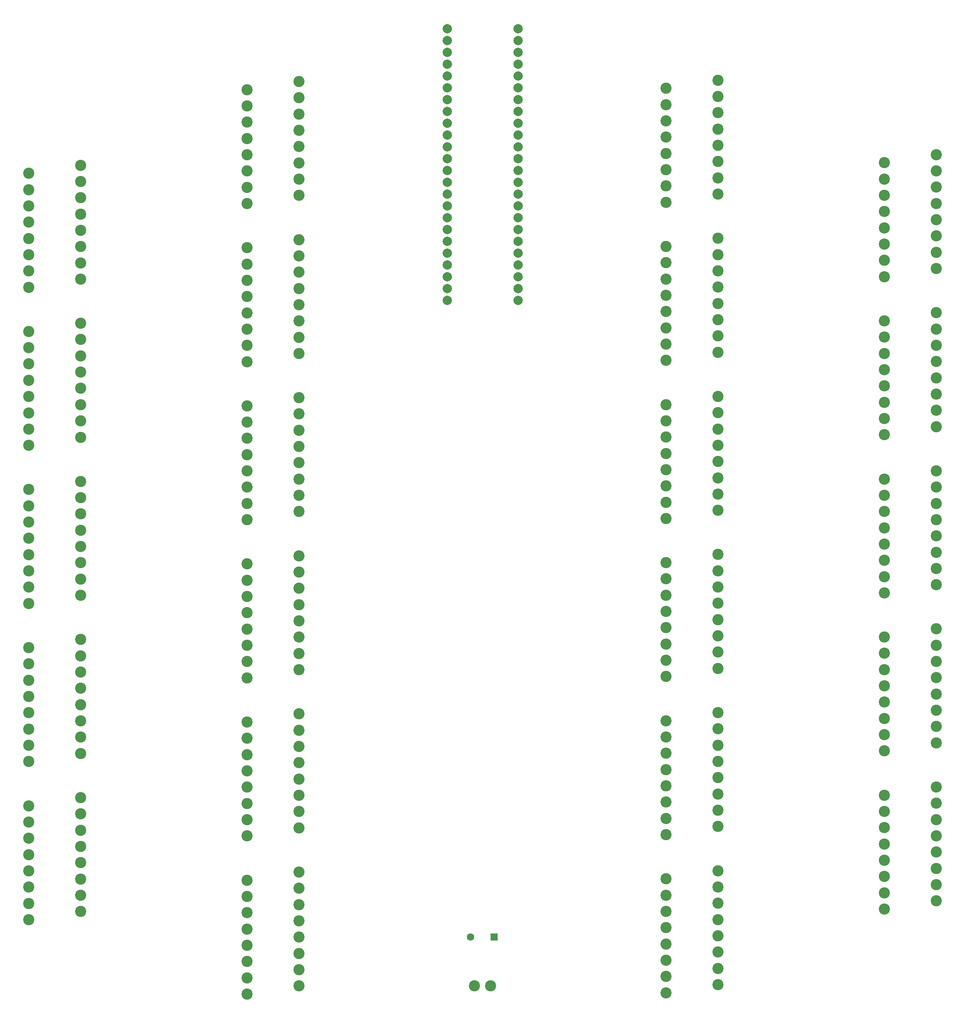
<source format=gbr>
%TF.GenerationSoftware,KiCad,Pcbnew,(6.0.10)*%
%TF.CreationDate,2024-04-02T10:47:47-04:00*%
%TF.ProjectId,OM3Controller,4f4d3343-6f6e-4747-926f-6c6c65722e6b,rev?*%
%TF.SameCoordinates,Original*%
%TF.FileFunction,Soldermask,Bot*%
%TF.FilePolarity,Negative*%
%FSLAX46Y46*%
G04 Gerber Fmt 4.6, Leading zero omitted, Abs format (unit mm)*
G04 Created by KiCad (PCBNEW (6.0.10)) date 2024-04-02 10:47:47*
%MOMM*%
%LPD*%
G01*
G04 APERTURE LIST*
%ADD10C,2.400000*%
%ADD11C,2.000000*%
%ADD12R,1.600000X1.600000*%
%ADD13C,1.600000*%
G04 APERTURE END LIST*
D10*
%TO.C,J21*%
X419000000Y-228725000D03*
X430200000Y-226975000D03*
X419000000Y-225225000D03*
X430200000Y-223475000D03*
X419000000Y-221725000D03*
X430200000Y-219975000D03*
X419000000Y-218225000D03*
X430200000Y-216475000D03*
X419000000Y-214725000D03*
X430200000Y-212975000D03*
X419000000Y-211225000D03*
X430200000Y-209475000D03*
X419000000Y-207725000D03*
X430200000Y-205975000D03*
X419000000Y-204225000D03*
X430200000Y-202475000D03*
%TD*%
%TO.C,J3*%
X246000000Y-238750000D03*
X234800000Y-240500000D03*
X246000000Y-242250000D03*
X234800000Y-244000000D03*
X246000000Y-245750000D03*
X234800000Y-247500000D03*
X246000000Y-249250000D03*
X234800000Y-251000000D03*
X246000000Y-252750000D03*
X234800000Y-254500000D03*
X246000000Y-256250000D03*
X234800000Y-258000000D03*
X246000000Y-259750000D03*
X234800000Y-261500000D03*
X246000000Y-263250000D03*
X234800000Y-265000000D03*
%TD*%
%TO.C,J18*%
X372000000Y-314725000D03*
X383200000Y-312975000D03*
X372000000Y-311225000D03*
X383200000Y-309475000D03*
X372000000Y-307725000D03*
X383200000Y-305975000D03*
X372000000Y-304225000D03*
X383200000Y-302475000D03*
X372000000Y-300725000D03*
X383200000Y-298975000D03*
X372000000Y-297225000D03*
X383200000Y-295475000D03*
X372000000Y-293725000D03*
X383200000Y-291975000D03*
X372000000Y-290225000D03*
X383200000Y-288475000D03*
%TD*%
%TO.C,J15*%
X372000000Y-212725000D03*
X383200000Y-210975000D03*
X372000000Y-209225000D03*
X383200000Y-207475000D03*
X372000000Y-205725000D03*
X383200000Y-203975000D03*
X372000000Y-202225000D03*
X383200000Y-200475000D03*
X372000000Y-198725000D03*
X383200000Y-196975000D03*
X372000000Y-195225000D03*
X383200000Y-193475000D03*
X372000000Y-191725000D03*
X383200000Y-189975000D03*
X372000000Y-188225000D03*
X383200000Y-186475000D03*
%TD*%
%TO.C,J9*%
X293000000Y-254750000D03*
X281800000Y-256500000D03*
X293000000Y-258250000D03*
X281800000Y-260000000D03*
X293000000Y-261750000D03*
X281800000Y-263500000D03*
X293000000Y-265250000D03*
X281800000Y-267000000D03*
X293000000Y-268750000D03*
X281800000Y-270500000D03*
X293000000Y-272250000D03*
X281800000Y-274000000D03*
X293000000Y-275750000D03*
X281800000Y-277500000D03*
X293000000Y-279250000D03*
X281800000Y-281000000D03*
%TD*%
%TO.C,J4*%
X246000000Y-272750000D03*
X234800000Y-274500000D03*
X246000000Y-276250000D03*
X234800000Y-278000000D03*
X246000000Y-279750000D03*
X234800000Y-281500000D03*
X246000000Y-283250000D03*
X234800000Y-285000000D03*
X246000000Y-286750000D03*
X234800000Y-288500000D03*
X246000000Y-290250000D03*
X234800000Y-292000000D03*
X246000000Y-293750000D03*
X234800000Y-295500000D03*
X246000000Y-297250000D03*
X234800000Y-299000000D03*
%TD*%
%TO.C,J17*%
X372000000Y-280725000D03*
X383200000Y-278975000D03*
X372000000Y-277225000D03*
X383200000Y-275475000D03*
X372000000Y-273725000D03*
X383200000Y-271975000D03*
X372000000Y-270225000D03*
X383200000Y-268475000D03*
X372000000Y-266725000D03*
X383200000Y-264975000D03*
X372000000Y-263225000D03*
X383200000Y-261475000D03*
X372000000Y-259725000D03*
X383200000Y-257975000D03*
X372000000Y-256225000D03*
X383200000Y-254475000D03*
%TD*%
%TO.C,J16*%
X372000000Y-246725000D03*
X383200000Y-244975000D03*
X372000000Y-243225000D03*
X383200000Y-241475000D03*
X372000000Y-239725000D03*
X383200000Y-237975000D03*
X372000000Y-236225000D03*
X383200000Y-234475000D03*
X372000000Y-232725000D03*
X383200000Y-230975000D03*
X372000000Y-229225000D03*
X383200000Y-227475000D03*
X372000000Y-225725000D03*
X383200000Y-223975000D03*
X372000000Y-222225000D03*
X383200000Y-220475000D03*
%TD*%
%TO.C,J6*%
X293000000Y-152750000D03*
X281800000Y-154500000D03*
X293000000Y-156250000D03*
X281800000Y-158000000D03*
X293000000Y-159750000D03*
X281800000Y-161500000D03*
X293000000Y-163250000D03*
X281800000Y-165000000D03*
X293000000Y-166750000D03*
X281800000Y-168500000D03*
X293000000Y-170250000D03*
X281800000Y-172000000D03*
X293000000Y-173750000D03*
X281800000Y-175500000D03*
X293000000Y-177250000D03*
X281800000Y-179000000D03*
%TD*%
%TO.C,J22*%
X419000000Y-262725000D03*
X430200000Y-260975000D03*
X419000000Y-259225000D03*
X430200000Y-257475000D03*
X419000000Y-255725000D03*
X430200000Y-253975000D03*
X419000000Y-252225000D03*
X430200000Y-250475000D03*
X419000000Y-248725000D03*
X430200000Y-246975000D03*
X419000000Y-245225000D03*
X430200000Y-243475000D03*
X419000000Y-241725000D03*
X430200000Y-239975000D03*
X419000000Y-238225000D03*
X430200000Y-236475000D03*
%TD*%
%TO.C,J7*%
X293000000Y-186750000D03*
X281800000Y-188500000D03*
X293000000Y-190250000D03*
X281800000Y-192000000D03*
X293000000Y-193750000D03*
X281800000Y-195500000D03*
X293000000Y-197250000D03*
X281800000Y-199000000D03*
X293000000Y-200750000D03*
X281800000Y-202500000D03*
X293000000Y-204250000D03*
X281800000Y-206000000D03*
X293000000Y-207750000D03*
X281800000Y-209500000D03*
X293000000Y-211250000D03*
X281800000Y-213000000D03*
%TD*%
%TO.C,J1*%
X246000000Y-170750000D03*
X234800000Y-172500000D03*
X246000000Y-174250000D03*
X234800000Y-176000000D03*
X246000000Y-177750000D03*
X234800000Y-179500000D03*
X246000000Y-181250000D03*
X234800000Y-183000000D03*
X246000000Y-184750000D03*
X234800000Y-186500000D03*
X246000000Y-188250000D03*
X234800000Y-190000000D03*
X246000000Y-191750000D03*
X234800000Y-193500000D03*
X246000000Y-195250000D03*
X234800000Y-197000000D03*
%TD*%
%TO.C,J19*%
X372000000Y-348725000D03*
X383200000Y-346975000D03*
X372000000Y-345225000D03*
X383200000Y-343475000D03*
X372000000Y-341725000D03*
X383200000Y-339975000D03*
X372000000Y-338225000D03*
X383200000Y-336475000D03*
X372000000Y-334725000D03*
X383200000Y-332975000D03*
X372000000Y-331225000D03*
X383200000Y-329475000D03*
X372000000Y-327725000D03*
X383200000Y-325975000D03*
X372000000Y-324225000D03*
X383200000Y-322475000D03*
%TD*%
%TO.C,J8*%
X293000000Y-220750000D03*
X281800000Y-222500000D03*
X293000000Y-224250000D03*
X281800000Y-226000000D03*
X293000000Y-227750000D03*
X281800000Y-229500000D03*
X293000000Y-231250000D03*
X281800000Y-233000000D03*
X293000000Y-234750000D03*
X281800000Y-236500000D03*
X293000000Y-238250000D03*
X281800000Y-240000000D03*
X293000000Y-241750000D03*
X281800000Y-243500000D03*
X293000000Y-245250000D03*
X281800000Y-247000000D03*
%TD*%
D11*
%TO.C,MCU1*%
X324880000Y-141425000D03*
X324880000Y-143965000D03*
X324880000Y-146505000D03*
X324880000Y-149045000D03*
X324880000Y-151585000D03*
X324880000Y-154125000D03*
X324880000Y-156665000D03*
X324880000Y-159205000D03*
X324880000Y-161745000D03*
X324880000Y-164285000D03*
X324880000Y-166825000D03*
X324880000Y-169365000D03*
X324880000Y-171905000D03*
X324880000Y-174445000D03*
X324880000Y-176985000D03*
X324880000Y-179525000D03*
X324880000Y-182065000D03*
X324880000Y-184605000D03*
X324880000Y-187145000D03*
X324880000Y-189685000D03*
X324880000Y-192225000D03*
X324880000Y-194765000D03*
X324880000Y-197305000D03*
X324880000Y-199845000D03*
X340120000Y-141425000D03*
X340120000Y-143965000D03*
X340120000Y-146505000D03*
X340120000Y-149045000D03*
X340120000Y-151585000D03*
X340120000Y-154125000D03*
X340120000Y-156665000D03*
X340120000Y-159205000D03*
X340120000Y-161745000D03*
X340120000Y-164285000D03*
X340120000Y-166825000D03*
X340120000Y-169365000D03*
X340120000Y-171905000D03*
X340120000Y-174445000D03*
X340120000Y-176985000D03*
X340120000Y-179525000D03*
X340120000Y-182065000D03*
X340120000Y-184605000D03*
X340120000Y-187145000D03*
X340120000Y-189685000D03*
X340120000Y-192225000D03*
X340120000Y-194765000D03*
X340120000Y-197305000D03*
X340120000Y-199845000D03*
%TD*%
D10*
%TO.C,J5*%
X246000000Y-306750000D03*
X234800000Y-308500000D03*
X246000000Y-310250000D03*
X234800000Y-312000000D03*
X246000000Y-313750000D03*
X234800000Y-315500000D03*
X246000000Y-317250000D03*
X234800000Y-319000000D03*
X246000000Y-320750000D03*
X234800000Y-322500000D03*
X246000000Y-324250000D03*
X234800000Y-326000000D03*
X246000000Y-327750000D03*
X234800000Y-329500000D03*
X246000000Y-331250000D03*
X234800000Y-333000000D03*
%TD*%
%TO.C,J11*%
X293000000Y-322750000D03*
X281800000Y-324500000D03*
X293000000Y-326250000D03*
X281800000Y-328000000D03*
X293000000Y-329750000D03*
X281800000Y-331500000D03*
X293000000Y-333250000D03*
X281800000Y-335000000D03*
X293000000Y-336750000D03*
X281800000Y-338500000D03*
X293000000Y-340250000D03*
X281800000Y-342000000D03*
X293000000Y-343750000D03*
X281800000Y-345500000D03*
X293000000Y-347250000D03*
X281800000Y-349000000D03*
%TD*%
%TO.C,J10*%
X293000000Y-288750000D03*
X281800000Y-290500000D03*
X293000000Y-292250000D03*
X281800000Y-294000000D03*
X293000000Y-295750000D03*
X281800000Y-297500000D03*
X293000000Y-299250000D03*
X281800000Y-301000000D03*
X293000000Y-302750000D03*
X281800000Y-304500000D03*
X293000000Y-306250000D03*
X281800000Y-308000000D03*
X293000000Y-309750000D03*
X281800000Y-311500000D03*
X293000000Y-313250000D03*
X281800000Y-315000000D03*
%TD*%
%TO.C,J12*%
X330750000Y-347250000D03*
X334250000Y-347250000D03*
%TD*%
%TO.C,J2*%
X246000000Y-204750000D03*
X234800000Y-206500000D03*
X246000000Y-208250000D03*
X234800000Y-210000000D03*
X246000000Y-211750000D03*
X234800000Y-213500000D03*
X246000000Y-215250000D03*
X234800000Y-217000000D03*
X246000000Y-218750000D03*
X234800000Y-220500000D03*
X246000000Y-222250000D03*
X234800000Y-224000000D03*
X246000000Y-225750000D03*
X234800000Y-227500000D03*
X246000000Y-229250000D03*
X234800000Y-231000000D03*
%TD*%
%TO.C,J24*%
X419000000Y-330725000D03*
X430200000Y-328975000D03*
X419000000Y-327225000D03*
X430200000Y-325475000D03*
X419000000Y-323725000D03*
X430200000Y-321975000D03*
X419000000Y-320225000D03*
X430200000Y-318475000D03*
X419000000Y-316725000D03*
X430200000Y-314975000D03*
X419000000Y-313225000D03*
X430200000Y-311475000D03*
X419000000Y-309725000D03*
X430200000Y-307975000D03*
X419000000Y-306225000D03*
X430200000Y-304475000D03*
%TD*%
D12*
%TO.C,C12*%
X334957953Y-336750000D03*
D13*
X329957953Y-336750000D03*
%TD*%
D10*
%TO.C,J20*%
X419000000Y-194725000D03*
X430200000Y-192975000D03*
X419000000Y-191225000D03*
X430200000Y-189475000D03*
X419000000Y-187725000D03*
X430200000Y-185975000D03*
X419000000Y-184225000D03*
X430200000Y-182475000D03*
X419000000Y-180725000D03*
X430200000Y-178975000D03*
X419000000Y-177225000D03*
X430200000Y-175475000D03*
X419000000Y-173725000D03*
X430200000Y-171975000D03*
X419000000Y-170225000D03*
X430200000Y-168475000D03*
%TD*%
%TO.C,J14*%
X372000000Y-178725000D03*
X383200000Y-176975000D03*
X372000000Y-175225000D03*
X383200000Y-173475000D03*
X372000000Y-171725000D03*
X383200000Y-169975000D03*
X372000000Y-168225000D03*
X383200000Y-166475000D03*
X372000000Y-164725000D03*
X383200000Y-162975000D03*
X372000000Y-161225000D03*
X383200000Y-159475000D03*
X372000000Y-157725000D03*
X383200000Y-155975000D03*
X372000000Y-154225000D03*
X383200000Y-152475000D03*
%TD*%
%TO.C,J23*%
X419000000Y-296725000D03*
X430200000Y-294975000D03*
X419000000Y-293225000D03*
X430200000Y-291475000D03*
X419000000Y-289725000D03*
X430200000Y-287975000D03*
X419000000Y-286225000D03*
X430200000Y-284475000D03*
X419000000Y-282725000D03*
X430200000Y-280975000D03*
X419000000Y-279225000D03*
X430200000Y-277475000D03*
X419000000Y-275725000D03*
X430200000Y-273975000D03*
X419000000Y-272225000D03*
X430200000Y-270475000D03*
%TD*%
M02*

</source>
